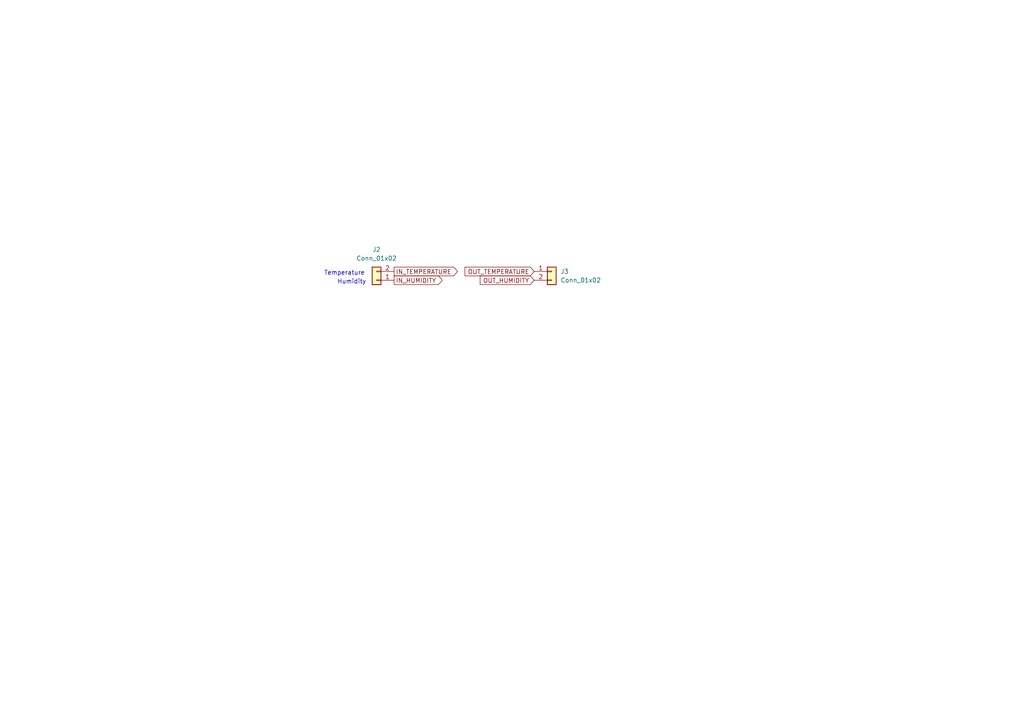
<source format=kicad_sch>
(kicad_sch (version 20211123) (generator eeschema)

  (uuid dd70bd90-a2e8-455c-ba4f-b106814c7d48)

  (paper "A4")

  (title_block
    (title "Unión pines de sensores con pines que van al Arduino")
    (date "2023-06-11")
    (company "UC3M")
    (comment 1 "El sensor de humedad necesita acondicionamiento.")
    (comment 2 "El sensor de temperatura necesita acondicionamiento.")
  )

  (lib_symbols
    (symbol "Connector_Generic:Conn_01x02" (pin_names (offset 1.016) hide) (in_bom yes) (on_board yes)
      (property "Reference" "J" (id 0) (at 0 2.54 0)
        (effects (font (size 1.27 1.27)))
      )
      (property "Value" "Conn_01x02" (id 1) (at 0 -5.08 0)
        (effects (font (size 1.27 1.27)))
      )
      (property "Footprint" "" (id 2) (at 0 0 0)
        (effects (font (size 1.27 1.27)) hide)
      )
      (property "Datasheet" "~" (id 3) (at 0 0 0)
        (effects (font (size 1.27 1.27)) hide)
      )
      (property "ki_keywords" "connector" (id 4) (at 0 0 0)
        (effects (font (size 1.27 1.27)) hide)
      )
      (property "ki_description" "Generic connector, single row, 01x02, script generated (kicad-library-utils/schlib/autogen/connector/)" (id 5) (at 0 0 0)
        (effects (font (size 1.27 1.27)) hide)
      )
      (property "ki_fp_filters" "Connector*:*_1x??_*" (id 6) (at 0 0 0)
        (effects (font (size 1.27 1.27)) hide)
      )
      (symbol "Conn_01x02_1_1"
        (rectangle (start -1.27 -2.413) (end 0 -2.667)
          (stroke (width 0.1524) (type default) (color 0 0 0 0))
          (fill (type none))
        )
        (rectangle (start -1.27 0.127) (end 0 -0.127)
          (stroke (width 0.1524) (type default) (color 0 0 0 0))
          (fill (type none))
        )
        (rectangle (start -1.27 1.27) (end 1.27 -3.81)
          (stroke (width 0.254) (type default) (color 0 0 0 0))
          (fill (type background))
        )
        (pin passive line (at -5.08 0 0) (length 3.81)
          (name "Pin_1" (effects (font (size 1.27 1.27))))
          (number "1" (effects (font (size 1.27 1.27))))
        )
        (pin passive line (at -5.08 -2.54 0) (length 3.81)
          (name "Pin_2" (effects (font (size 1.27 1.27))))
          (number "2" (effects (font (size 1.27 1.27))))
        )
      )
    )
  )


  (text "Humidity" (at 97.79 82.55 0)
    (effects (font (size 1.27 1.27)) (justify left bottom))
    (uuid 5a592493-e9df-4b5e-8ebe-1d564bfe72b5)
  )
  (text "Temperature" (at 93.98 80.01 0)
    (effects (font (size 1.27 1.27)) (justify left bottom))
    (uuid cedec950-506f-4355-98f5-3e710de0e93e)
  )

  (global_label "IN_TEMPERATURE" (shape output) (at 114.3 78.74 0) (fields_autoplaced)
    (effects (font (size 1.27 1.27)) (justify left))
    (uuid 1c3dbd48-0f4b-4b56-b559-7a80a9ad3e4d)
    (property "Intersheet References" "${INTERSHEET_REFS}" (id 0) (at 132.6788 78.6606 0)
      (effects (font (size 1.27 1.27)) (justify left) hide)
    )
  )
  (global_label "OUT_HUMIDITY" (shape input) (at 154.94 81.28 180) (fields_autoplaced)
    (effects (font (size 1.27 1.27)) (justify right))
    (uuid 85be3d0c-50d0-40c9-b2ad-02191abdaa3a)
    (property "Intersheet References" "${INTERSHEET_REFS}" (id 0) (at 139.2826 81.2006 0)
      (effects (font (size 1.27 1.27)) (justify right) hide)
    )
  )
  (global_label "IN_HUMIDITY" (shape output) (at 114.3 81.28 0) (fields_autoplaced)
    (effects (font (size 1.27 1.27)) (justify left))
    (uuid e403b946-1a12-4c14-8826-4fd701f0e934)
    (property "Intersheet References" "${INTERSHEET_REFS}" (id 0) (at 128.2641 81.2006 0)
      (effects (font (size 1.27 1.27)) (justify left) hide)
    )
  )
  (global_label "OUT_TEMPERATURE" (shape input) (at 154.94 78.74 180) (fields_autoplaced)
    (effects (font (size 1.27 1.27)) (justify right))
    (uuid fd4505c9-16a8-4416-9178-d03164c13fb6)
    (property "Intersheet References" "${INTERSHEET_REFS}" (id 0) (at 134.8679 78.6606 0)
      (effects (font (size 1.27 1.27)) (justify right) hide)
    )
  )

  (symbol (lib_id "Connector_Generic:Conn_01x02") (at 109.22 81.28 180) (unit 1)
    (in_bom yes) (on_board yes) (fields_autoplaced)
    (uuid 5e4df3af-8840-4aae-b181-7e167dd94c12)
    (property "Reference" "J2" (id 0) (at 109.22 72.39 0))
    (property "Value" "Conn_01x02" (id 1) (at 109.22 74.93 0))
    (property "Footprint" "Connector_PinHeader_2.54mm:PinHeader_1x02_P2.54mm_Vertical" (id 2) (at 109.22 81.28 0)
      (effects (font (size 1.27 1.27)) hide)
    )
    (property "Datasheet" "~" (id 3) (at 109.22 81.28 0)
      (effects (font (size 1.27 1.27)) hide)
    )
    (pin "1" (uuid 6a8dd938-0200-4cfd-869c-114cd3e34288))
    (pin "2" (uuid 0ac9a581-613c-4abd-b217-c830c6fea746))
  )

  (symbol (lib_id "Connector_Generic:Conn_01x02") (at 160.02 78.74 0) (unit 1)
    (in_bom yes) (on_board yes) (fields_autoplaced)
    (uuid 9e842528-6a7d-45d3-9b73-119175d213d5)
    (property "Reference" "J3" (id 0) (at 162.56 78.7399 0)
      (effects (font (size 1.27 1.27)) (justify left))
    )
    (property "Value" "Conn_01x02" (id 1) (at 162.56 81.2799 0)
      (effects (font (size 1.27 1.27)) (justify left))
    )
    (property "Footprint" "Connector_PinHeader_2.54mm:PinHeader_1x02_P2.54mm_Vertical" (id 2) (at 160.02 78.74 0)
      (effects (font (size 1.27 1.27)) hide)
    )
    (property "Datasheet" "~" (id 3) (at 160.02 78.74 0)
      (effects (font (size 1.27 1.27)) hide)
    )
    (pin "1" (uuid 2fcd61a3-422e-496e-bd3a-279a5e8649ce))
    (pin "2" (uuid e43e6332-684a-4de6-a1c8-3ee724d96c80))
  )
)

</source>
